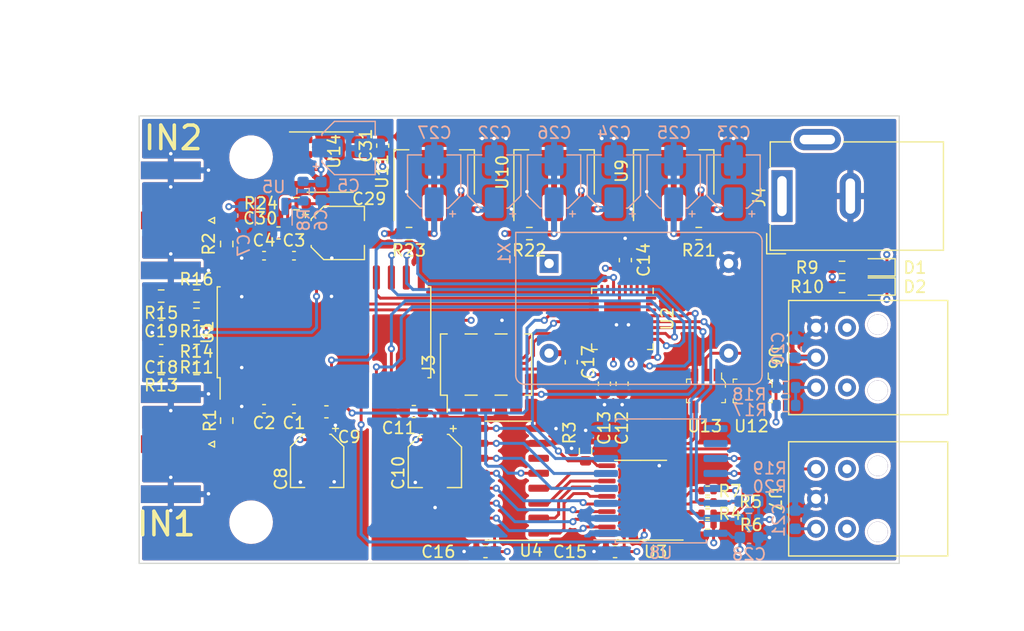
<source format=kicad_pcb>
(kicad_pcb (version 20211014) (generator pcbnew)
  (layers (0 "F.Cu" signal) (1 "In1.Cu" signal) (2 "In2.Cu" signal) (31 "B.Cu" signal) (34 "B.Paste" user) (35 "F.Paste" user) (36 "B.SilkS" user "B.Silkscreen") (37 "F.SilkS" user "F.Silkscreen") (38 "B.Mask" user) (39 "F.Mask" user) (44 "Edge.Cuts" user))
  (net 0 "")
  (net 1 "Net-(C3-Pad1)")
  (net 2 "Net-(C3-Pad2)")
  (net 3 "Net-(C4-Pad1)")
  (net 4 "Net-(C4-Pad2)")
  (net 5 "/CurrentMeasurement/TEST")
  (net 6 "/CurrentMeasurement/DCLK")
  (net 7 "/CurrentMeasurement/DXMIT")
  (net 8 "GND")
  (net 9 "GNDA")
  (net 10 "/CurrentMeasurement/IN1")
  (net 11 "Net-(C1-Pad1)")
  (net 12 "Net-(C1-Pad2)")
  (net 13 "Net-(C2-Pad1)")
  (net 14 "Net-(C2-Pad2)")
  (net 15 "/CurrentMeasurement/DOUT")
  (net 16 "/CurrentMeasurement/DVALID")
  (net 17 "/CurrentMeasurement/RANGE0")
  (net 18 "/CurrentMeasurement/RANGE1")
  (net 19 "/CurrentMeasurement/IN2")
  (net 20 "/CurrentMeasurement/RANGE2")
  (net 21 "/CurrentMeasurement/VREF")
  (net 22 "/Clock Generation/CONV")
  (net 23 "/Clock Generation/CLK_10MHz")
  (net 26 "/DataProcessing/~{RESET}")
  (net 27 "/DataProcessing/TXD0")
  (net 28 "/DataProcessing/RXD0")
  (net 29 "/DataProcessing/MISO")
  (net 30 "/DataProcessing/SCK")
  (net 31 "/DataProcessing/MOSI")
  (net 33 "/Clock Generation/CNT_AU")
  (net 34 "/Clock Generation/CNT_BL")
  (net 35 "Net-(U3-Pad8)")
  (net 36 "/Clock Generation/BIT7")
  (net 37 "/Clock Generation/BIT6")
  (net 38 "/Clock Generation/BIT5")
  (net 39 "/Clock Generation/BIT4")
  (net 40 "/Clock Generation/BIT3")
  (net 41 "/Clock Generation/BIT2")
  (net 42 "/Clock Generation/BIT1")
  (net 43 "/Clock Generation/BIT0")
  (net 44 "/Clock Generation/MUX_S2")
  (net 45 "/Clock Generation/MUX_S1")
  (net 46 "/Clock Generation/MUX_S0")
  (net 47 "/Clock Generation/CNT_CLR")
  (net 48 "/DataProcessing/SDA")
  (net 49 "/DataProcessing/SCL")
  (net 50 "+5VD")
  (net 51 "+5VA")
  (net 52 "Net-(C5-Pad1)")
  (net 53 "Net-(R8-Pad1)")
  (net 54 "Net-(D1-Pad1)")
  (net 55 "Net-(D1-Pad2)")
  (net 56 "Net-(D2-Pad1)")
  (net 57 "Net-(D2-Pad2)")
  (net 58 "Net-(R4-Pad2)")
  (net 59 "Net-(R5-Pad2)")
  (net 60 "Net-(R6-Pad2)")
  (net 61 "Net-(R7-Pad2)")
  (net 62 "Net-(C18-Pad1)")
  (net 63 "Net-(C19-Pad1)")
  (net 66 "/CurrentMeasurement/IN1_INP")
  (net 67 "/CurrentMeasurement/IN2_INP")
  (net 77 "Net-(R17-Pad2)")
  (net 78 "/DataProcessing/LWLTX")
  (net 79 "/DataProcessing/LWLRX")
  (net 80 "+3V3")
  (net 81 "/Power Supply/VIN")
  (net 83 "Net-(C25-Pad1)")
  (net 84 "Net-(C26-Pad1)")
  (net 85 "Net-(C27-Pad1)")
  (net 86 "Net-(R24-Pad1)")
  (net 88 "Net-(U12-Pad4)")
  (net 92 "Net-(U12-Pad2)")
  (footprint "Package_SO:SOIC-8_3.9x4.9mm_P1.27mm" (layer "F.Cu") (at 69.7118 37.9222)
    (fp_text reference "U14")
    (fp_text value "OPA340UA")
  )
  (footprint "Capacitor_SMD:C_0603_1608Metric" (layer "F.Cu") (at 55.372 50.8508 180)
    (fp_text reference "C19")
    (fp_text value "1u")
  )
  (footprint "Capacitor_SMD:C_0603_1608Metric" (layer "F.Cu") (at 90.17 54.9148 -90)
    (fp_text reference "C17")
    (fp_text value "100n")
  )
  (footprint "Resistor_SMD:R_0603_1608Metric" (layer "F.Cu") (at 86.614 43.9928 180)
    (fp_text reference "R22")
    (fp_text value "R")
  )
  (footprint "Resistor_SMD:R_0603_1608Metric" (layer "F.Cu") (at 113.1448 46.863)
    (fp_text reference "R9")
    (fp_text value "R")
  )
  (footprint "Resistor_SMD:R_0402_1005Metric" (layer "F.Cu") (at 101.7354 65.8204 180)
    (fp_text reference "R7")
    (fp_text value "4k7")
  )
  (footprint "Connector_Coaxial:SMA_Amphenol_132289_EdgeMount" (layer "F.Cu") (at 56.1889 61.8752 180)
    (fp_text reference "J1" hide)
    (fp_text value "Conn_Coaxial")
  )
  (footprint "Capacitor_SMD:C_0603_1608Metric" (layer "F.Cu") (at 55.372 53.9242 180)
    (fp_text reference "C18")
    (fp_text value "1u")
  )
  (footprint "LED_SMD:LED_0603_1608Metric" (layer "F.Cu") (at 116.1674 48.4886 180)
    (fp_text reference "D2")
    (fp_text value "LED")
  )
  (footprint "MountingHole:MountingHole_3.2mm_M3_DIN965" (layer "F.Cu") (at 63 37.5)
    (fp_text reference "H1" hide)
    (fp_text value "MountingHole" hide)
  )
  (footprint "Capacitor_SMD:C_0603_1608Metric" (layer "F.Cu") (at 94.762 46.248 90)
    (fp_text reference "C14")
    (fp_text value "100n")
  )
  (footprint "Capacitor_SMD:C_0603_1608Metric" (layer "F.Cu") (at 82.8886 71.002 180)
    (fp_text reference "C16")
    (fp_text value "100n")
  )
  (footprint "Capacitor_SMD:CP_Elec_4x3.9" (layer "F.Cu") (at 78.596 63.3058 -90)
    (fp_text reference "C10")
    (fp_text value "10u")
  )
  (footprint "Connector_PinHeader_2.54mm:PinHeader_2x03_P2.54mm_Vertical_SMD" (layer "F.Cu") (at 82.9437 55.118 90)
    (fp_text reference "J3")
    (fp_text value "AVR-ISP-6")
  )
  (footprint "Capacitor_SMD:C_0402_1005Metric_Pad0.74x0.62mm_HandSolder" (layer "F.Cu") (at 66.6409 58.8772)
    (fp_text reference "C1")
    (fp_text value "100p")
  )
  (footprint "Capacitor_SMD:C_0603_1608Metric" (layer "F.Cu") (at 65.3288 43.942 180)
    (fp_text reference "C30")
    (fp_text value "100n")
  )
  (footprint "Capacitor_SMD:C_0402_1005Metric_Pad0.74x0.62mm_HandSolder" (layer "F.Cu") (at 64.1009 58.8772)
    (fp_text reference "C2")
    (fp_text value "100p")
  )
  (footprint "Capacitor_SMD:C_0603_1608Metric" (layer "F.Cu") (at 93.8868 71.002 180)
    (fp_text reference "C15")
    (fp_text value "100n")
  )
  (footprint "toslink:TOTX147PL" (layer "F.Cu") (at 113.5668 54.5226 180)
    (fp_text reference "U6")
    (fp_text value "TOTX147PL")
  )
  (footprint "Resistor_SMD:R_0603_1608Metric" (layer "F.Cu") (at 60.9339 59.8752 90)
    (fp_text reference "R1")
    (fp_text value "R")
  )
  (footprint "Resistor_SMD:R_0603_1608Metric" (layer "F.Cu") (at 58.3692 53.9242 180)
    (fp_text reference "R11")
    (fp_text value "R")
  )
  (footprint "Resistor_SMD:R_0603_1608Metric" (layer "F.Cu") (at 113.1448 48.4886)
    (fp_text reference "R10")
    (fp_text value "R")
  )
  (footprint "Resistor_SMD:R_0603_1608Metric" (layer "F.Cu") (at 55.372 49.3014 180)
    (fp_text reference "R15")
    (fp_text value "R")
  )
  (footprint "Resistor_SMD:R_0603_1608Metric" (layer "F.Cu") (at 55.372 55.4482 180)
    (fp_text reference "R13")
    (fp_text value "R")
  )
  (footprint "Resistor_SMD:R_0603_1608Metric" (layer "F.Cu") (at 76.4032 43.9928 180)
    (fp_text reference "R23")
    (fp_text value "R")
  )
  (footprint "Capacitor_SMD:CP_Elec_4x3.9" (layer "F.Cu") (at 68.6054 63.2968 -90)
    (fp_text reference "C8")
    (fp_text value "10u")
  )
  (footprint "Resistor_SMD:R_0402_1005Metric" (layer "F.Cu") (at 101.7354 66.7856 180)
    (fp_text reference "R5")
    (fp_text value "4k7")
  )
  (footprint "MountingHole:MountingHole_3.2mm_M3_DIN965" (layer "F.Cu") (at 63 68.5)
    (fp_text reference "H2" hide)
    (fp_text value "MountingHole" hide)
  )
  (footprint "LED_SMD:LED_0603_1608Metric" (layer "F.Cu") (at 116.1674 46.863 180)
    (fp_text reference "D1")
    (fp_text value "LED")
  )
  (footprint "Package_TO_SOT_SMD:SOT-223-3_TabPin2" (layer "F.Cu") (at 78.5368 38.7858 90)
    (fp_text reference "U11")
    (fp_text value "NCP1117-5.0_SOT223")
  )
  (footprint "Capacitor_SMD:C_0402_1005Metric_Pad0.74x0.62mm_HandSolder" (layer "F.Cu") (at 64.1009 45.8724 180)
    (fp_text reference "C4")
    (fp_text value "100p")
  )
  (footprint "Package_TO_SOT_SMD:SOT-223-3_TabPin2" (layer "F.Cu") (at 98.86188 38.7858 90)
    (fp_text reference "U9")
    (fp_text value "NCP1117-3.3_SOT223")
  )
  (footprint "digikey-footprints:SOT-753" (layer "F.Cu") (at 105.5624 57.3532 180)
    (fp_text reference "U12")
    (fp_text value "SN74LVC1G17DBVR")
  )
  (footprint "Resistor_SMD:R_0603_1608Metric" (layer "F.Cu") (at 58.3692 50.8508 180)
    (fp_text reference "R12")
    (fp_text value "R")
  )
  (footprint "Package_DFN_QFN:QFN-32-1EP_5x5mm_P0.5mm_EP3.1x3.1mm" (layer "F.Cu") (at 94.508 51.2264 -90)
    (fp_text reference "U2")
    (fp_text value "ATmega328PB-M")
  )
  (footprint "Package_SO:SOIC-28W_7.5x17.9mm_P1.27mm" (layer "F.Cu") (at 69.1889 52.3752 90)
    (fp_text reference "U1")
    (fp_text value "DDC112U")
  )
  (footprint "Capacitor_SMD:C_0603_1608Metric" (layer "F.Cu") (at 94.4826 56.7436 -90)
    (fp_text reference "C12")
    (fp_text value "100n")
  )
  (footprint "Resistor_SMD:R_0603_1608Metric" (layer "F.Cu") (at 91.3818 62.4676 90)
    (fp_text reference "R3")
    (fp_text value "4k7")
  )
  (footprint "Capacitor_SMD:C_0603_1608Metric" (layer "F.Cu") (at 69.3928 59.1312)
    (fp_text reference "C9")
    (fp_text value "100n")
  )
  (footprint "Resistor_SMD:R_0603_1608Metric" (layer "F.Cu") (at 60.9339 44.8752 -90)
    (fp_text reference "R2")
    (fp_text value "R")
  )
  (footprint "toslink:TORX147PL" (layer "F.Cu") (at 113.5668 66.5226 180)
    (fp_text reference "U7")
    (fp_text value "TORX147PL")
  )
  (footprint "Capacitor_SMD:CP_Elec_4x3.9" (layer "F.Cu") (at 70.358 43.942)
    (fp_text reference "C29")
    (fp_text value "10u")
  )
  (footprint "Capacitor_SMD:C_0603_1608Metric" (layer "F.Cu") (at 76.8096 59.1058 180)
    (fp_text reference "C11")
    (fp_text value "100n")
  )
  (footprint "digikey-footprints:SOT-753" (layer "F.Cu") (at 101.6 57.3532 180)
    (fp_text reference "U13")
    (fp_text value "SN74LVC1G17DBVR")
  )
  (footprint "Resistor_SMD:R_0603_1608Metric" (layer "F.Cu") (at 66.8528 41.4528 180)
    (fp_text reference "R24")
    (fp_text value "R")
  )
  (footprint "Capacitor_SMD:C_0603_1608Metric" (layer "F.Cu") (at 92.984 56.7436 -90)
    (fp_text reference "C13")
    (fp_text value "100n")
  )
  (footprint "Connector_Coaxial:SMA_Amphenol_132289_EdgeMount" (layer "F.Cu") (at 56.1889 42.8752 180)
    (fp_text reference "J2" hide)
    (fp_text value "Conn_Coaxial")
  )
  (footprint "Resistor_SMD:R_0402_1005Metric" (layer "F.Cu") (at 101.7354 67.7508 180)
    (fp_text reference "R4")
    (fp_text value "4k7")
  )
  (footprint "Package_SO:TSSOP-20_4.4x6.5mm_P0.65mm" (layer "F.Cu") (at 96.0554 66.6332 180)
    (fp_text reference "U3")
    (fp_text value "74LV8154")
  )
  (footprint "Resistor_SMD:R_0603_1608Metric" (layer "F.Cu") (at 100.9904 43.9928)
    (fp_text reference "R21")
    (fp_text value "R")
  )
  (footprint "Capacitor_SMD:C_0402_1005Metric_Pad0.74x0.62mm_HandSolder" (layer "F.Cu") (at 66.6409 45.8724 180)
    (fp_text reference "C3")
    (fp_text value "100p")
  )
  (footprint "Package_TO_SOT_SMD:SOT-223-3_TabPin2" (layer "F.Cu") (at 88.71204 38.7858 90)
    (fp_text reference "U10")
    (fp_text value "NCP1117-5.0_SOT223")
  )
  (footprint "Package_SO:SO-16_3.9x9.9mm_P1.27mm" (layer "F.Cu") (at 84.8286 64.9822 180)
    (fp_text reference "U4")
    (fp_text value "74LS151")
  )
  (footprint "Connector_BarrelJack:BarrelJack_Wuerth_6941xx301002" (layer "F.Cu") (at 108.0518 40.8082 90)
    (fp_text reference "J4")
    (fp_text value "Barrel_Jack_Switch")
  )
  (footprint "Resistor_SMD:R_0402_1005Metric" (layer "F.Cu") (at 101.7354 68.716 180)
    (fp_text reference "R6")
    (fp_text value "4k7")
  )
  (footprint "Resistor_SMD:R_0603_1608Metric" (layer "F.Cu") (at 58.3692 55.4482)
    (fp_text reference "R14")
    (fp_text value "R")
  )
  (footprint "Resistor_SMD:R_0603_1608Metric" (layer "F.Cu") (at 58.3692 49.3014)
    (fp_text reference "R16")
    (fp_text value "R")
  )
  (footprint "Capacitor_SMD:C_0603_1608Metric" (layer "F.Cu") (at 74.168 36.5252 90)
    (fp_text reference "C31")
    (fp_text value "100n")
  )
  (footprint "Capacitor_SMD:CP_Elec_4x3.9" (layer "B.Cu") (at 98.86188 39.5732 90)
    (fp_text reference "C25")
    (fp_text value "10u")
  )
  (footprint "Resistor_SMD:R_0603_1608Metric" (layer "B.Cu") (at 67.4116 40.386 90)
    (fp_text reference "R8")
    (fp_text value "10k")
  )
  (footprint "Capacitor_SMD:CP_Elec_4x3.9" (layer "B.Cu") (at 88.71204 39.5732 90)
    (fp_text reference "C26")
    (fp_text value "10u")
  )
  (footprint "Capacitor_SMD:CP_Elec_4x3.9" (layer "B.Cu") (at 103.9368 39.5732 90)
    (fp_text reference "C23")
    (fp_text value "10u")
  )
  (footprint "Capacitor_SMD:CP_Elec_4x3.9" (layer "B.Cu") (at 93.78696 39.5732 90)
    (fp_text reference "C24")
    (fp_text value "10u")
  )
  (footprint "Capacitor_SMD:C_0603_1608Metric" (layer "B.Cu") (at 62.3824 42.4688 90)
    (fp_text reference "C7")
    (fp_text value "470n")
  )
  (footprint "Resistor_SMD:R_0603_1608Metric" (layer "B.Cu") (at 108.3818 58.5866)
    (fp_text reference "R17")
    (fp_text value "R")
  )
  (footprint "Oscillator:Oscillator_DIP-14" (layer "B.Cu") (at 88.2904 46.5328)
    (fp_text reference "X1")
    (fp_text value "CXO_DIP14")
  )
  (footprint "Capacitor_SMD:C_0603_1608Metric" (layer "B.Cu") (at 109.1692 68.2894 90)
    (fp_text reference "C21")
    (fp_text value "100n")
  )
  (footprint "Capacitor_SMD:C_0603_1608Metric" (layer "B.Cu") (at 105.2576 69.7992)
    (fp_text reference "C28")
    (fp_text value "100n")
  )
  (footprint "Capacitor_SMD:C_0603_1608Metric" (layer "B.Cu") (at 109.1692 53.7606 90)
    (fp_text reference "C20")
    (fp_text value "100n")
  )
  (footprint "Capacitor_SMD:C_0603_1608Metric" (layer "B.Cu") (at 68.9356 40.386 -90)
    (fp_text reference "C6")
    (fp_text value "100n")
  )
  (footprint "Resistor_SMD:R_0603_1608Metric" (layer "B.Cu") (at 105.2454 66.7258 180)
    (fp_text reference "R19")
    (fp_text value "4k7")
  )
  (footprint "Package_SO:SOIC-16W_7.5x10.3mm_P1.27mm" (layer "B.Cu") (at 97.7646 64.9986)
    (fp_text reference "U8")
    (fp_text value "PCF8574")
  )
  (footprint "Package_TO_SOT_SMD:SOT-23" (layer "B.Cu") (at 64.9224 42.6212 -90)
    (fp_text reference "U5")
    (fp_text value "REF3040")
  )
  (footprint "Resistor_SMD:R_0603_1608Metric" (layer "B.Cu") (at 108.3818 57.0626 180)
    (fp_text reference "R18")
    (fp_text value "R")
  )
  (footprint "Capacitor_SMD:CP_Elec_4x3.9" (layer "B.Cu") (at 78.5368 39.5732 90)
    (fp_text reference "C27")
    (fp_text value "10u")
  )
  (footprint "Resistor_SMD:R_0603_1608Metric" (layer "B.Cu") (at 105.2454 68.2752 180)
    (fp_text reference "R20")
    (fp_text value "4k7")
  )
  (footprint "Capacitor_SMD:CP_Elec_4x3.9" (layer "B.Cu") (at 83.63712 39.5732 90)
    (fp_text reference "C22")
    (fp_text value "10u")
  )
  (footprint "Capacitor_SMD:CP_Elec_4x3.9" (layer "B.Cu") (at 71.2724 36.7284)
    (fp_text reference "C5")
    (fp_text value "10u")
  )
  (gr_line (start 53.5 72) (end 53.5 34) (layer "Edge.Cuts") (width 0.1))
  (gr_line (start 118 72) (end 53.5 72) (layer "Edge.Cuts") (width 0.1))
  (gr_line (start 118 34) (end 118 72) (layer "Edge.Cuts") (width 0.1))
  (gr_line (start 53.5 34) (end 118 34) (layer "Edge.Cuts") (width 0.1))
  (gr_text "IN1" (at 55.8038 68.6562) (layer "F.SilkS") (effects (font (size 2 2) (thickness 0.3))))
  (gr_text "IN2" (at 56.388 35.8648) (layer "F.SilkS") (effects (font (size 2 2) (thickness 0.3))))
  (segment (start 67.2839 47.7252) (end 67.2839 45.9479) (width 0.25) (layer "F.Cu") (net 1))
  (segment (start 66.0139 47.7252) (end 66.0139 45.9319) (width 0.25) (layer "F.Cu") (net 2))
  (segment (start 64.7439 47.7252) (end 64.7439 45.9479) (width 0.25) (layer "F.Cu") (net 3))
  (segment (start 63.4739 47.7252) (end 63.4739 45.9319) (width 0.25) (layer "F.Cu") (net 4))
  (segment (start 69.8246 54.737) (end 69.8246 57.0245) (width 0.25) (layer "F.Cu") (net 5))
  (segment (start 93.758 48.7889) (end 93.758 47.7346) (width 0.25) (layer "F.Cu") (net 5))
  (segment (start 93.758 47.7346) (end 93.7714 47.7212) (width 0.25) (layer "F.Cu") (net 5))
  (via (at 69.8246 54.737) (size 0.6) (drill 0.3) (layers "F.Cu" "B.Cu") (net 5))
  (via (at 93.758 47.7212) (size 0.6) (drill 0.3) (layers "F.Cu" "B.Cu") (net 5))
  (segment (start 77.1398 47.3964) (end 78.0034 48.26) (width 0.25) (layer "B.Cu") (net 5))
  (segment (start 76.7588 44.831) (end 77.1398 45.212) (width 0.25) (layer "B.Cu") (net 5))
  (segment (start 74.1426 44.831) (end 76.7588 44.831) (width 0.25) (layer "B.Cu") (net 5))
  (segment (start 73.6092 45.3644) (end 74.1426 44.831) (width 0.25) (layer "B.Cu") (net 5))
  (segment (start 92.4052 48.26) (end 92.944 47.7212) (width 0.25) (layer "B.Cu") (net 5))
  (segment (start 72.9234 54.737) (end 73.6092 54.0512) (width 0.25) (layer "B.Cu") (net 5))
  (segment (start 77.1398 45.212) (end 77.1398 47.3964) (width 0.25) (layer "B.Cu") (net 5))
  (segment (start 73.6092 54.0512) (end 73.6092 45.3644) (width 0.25) (layer "B.Cu") (net 5))
  (segment (start 92.944 47.7212) (end 93.758 47.7212) (width 0.25) (layer "B.Cu") (net 5))
  (segment (start 69.8246 54.737) (end 72.9234 54.737) (width 0.25) (layer "B.Cu") (net 5))
  (segment (start 78.0034 48.26) (end 92.4052 48.26) (width 0.25) (layer "B.Cu") (net 5))
  (segment (start 96.5654 54.503) (end 97.5052 54.503) (width 0.25) (layer "F.Cu") (net 6))
  (segment (start 96.258 54.1956) (end 96.5654 54.503) (width 0.25) (layer "F.Cu") (net 6))
  (segment (start 96.258 53.6639) (end 96.258 54.1956) (width 0.25) (layer "F.Cu") (net 6))
  (segment (start 73.6339 55.3219) (end 73.6339 57.0252) (width 0.25) (layer "F.Cu") (net 6))
  (segment (start 73.6346 55.3212) (end 73.6339 55.3219) (width 0.25) (layer "F.Cu") (net 6))
  (via (at 73.6346 55.3212) (size 0.6) (drill 0.3) (layers "F.Cu" "B.Cu") (net 6))
  (via (at 97.5052 54.503) (size 0.6) (drill 0.3) (layers "F.Cu" "B.Cu") (net 6))
  (segment (start 96.7232 50.2158) (end 97.5052 50.9978) (width 0.25) (layer "B.Cu") (net 6))
  (segment (start 75.7428 54.5846) (end 75.7428 51.1302) (width 0.25) (layer "B.Cu") (net 6))
  (segment (start 75.7555 54.5973) (end 75.7428 54.5846) (width 0.25) (layer "B.Cu") (net 6))
  (segment (start 75.0316 55.3212) (end 75.7555 54.5973) (width 0.25) (layer "B.Cu") (net 6))
  (segment (start 75.7428 51.1302) (end 76.6572 50.2158) (width 0.25) (layer "B.Cu") (net 6))
  (segment (start 97.5052 50.9978) (end 97.5052 54.503) (width 0.25) (layer "B.Cu") (net 6))
  (segment (start 73.6346 55.3212) (end 75.0316 55.3212) (width 0.25) (layer "B.Cu") (net 6))
  (segment (start 76.6572 50.2158) (end 96.7232 50.2158) (width 0.25) (layer "B.Cu") (net 6))
  (segment (start 74.9039 57.0252) (end 74.9039 53.7725) (width 0.25) (layer "F.Cu") (net 7))
  (segment (start 98.4704 52.7758) (end 98.171 52.4764) (width 0.25) (layer "F.Cu") (net 7))
  (segment (start 98.9276 52.7758) (end 98.4704 52.7758) (width 0.25) (layer "F.Cu") (net 7))
  (segment (start 96.9455 52.4764) (end 98.171 52.4764) (width 0.25) (layer "F.Cu") (net 7))
  (via (at 74.9039 53.7725) (size 0.6) (drill 0.3) (layers "F.Cu" "B.Cu") (net 7))
  (via (at 98.9276 52.7758) (size 0.6) (drill 0.3) (layers "F.Cu" "B.Cu") (net 7))
  (segment (start 98.9276 51.6836) (end 96.9518 49.7078) (width 0.25) (layer "B.Cu") (net 7))
  (segment (start 74.9039 53.7725) (end 74.9039 50.8769) (width 0.25) (layer "B.Cu") (net 7))
  (segment (start 98.9276 52.7758) (end 98.9276 51.6836) (width 0.25) (layer "B.Cu") (net 7))
  (segment (start 74.9039 50.8769) (end 76.073 49.7078) (width 0.25) (layer "B.Cu") (net 7))
  (segment (start 76.073 49.7078) (end 96.9518 49.7078) (width 0.25) (layer "B.Cu") (net 7))
  (segment (start 84.2899 51.3588) (end 84.8995 51.3588) (width 0.25) (layer "F.Cu") (net 8))
  (segment (start 94.758 53.6639) (end 94.758 51.4764) (width 0.25) (layer "F.Cu") (net 8))
  (segment (start 94.258 48.7889) (end 94.258 50.9764) (width 0.25) (layer "F.Cu") (net 8))
  (segment (start 84.2899 51.3588) (end 84.2899 51.3992) (width 0.25) (layer "F.Cu") (net 8))
  (segment (start 84.8995 51.3588) (end 85.4837 51.943) (width 0.25) (layer "F.Cu") (net 8))
  (via (at 103.9368 35.9156) (size 0.6) (drill 0.3) (layers "F.Cu" "B.Cu") (net 8))
  (via (at 93.7768 35.9156) (size 0.6) (drill 0.3) (layers "F.Cu" "B.Cu") (net 8))
  (via (at 86.4108 40.4368) (size 0.6) (drill 0.3) (layers "F.Cu" "B.Cu") (net 8))
  (via (at 91.3892 60.706) (size 0.6) (drill 0.3) (layers "F.Cu" "B.Cu") (net 8))
  (via (at 88.8746 60.5536) (size 0.6) (drill 0.3) (layers "F.Cu" "B.Cu") (net 8))
  (via (at 82.6008 35.9156) (size 0.6) (drill 0.3) (layers "F.Cu" "B.Cu") (net 8))
  (via (at 92.1004 70.993) (size 0.6) (drill 0.3) (layers "F.Cu" "B.Cu") (net 8))
  (via (at 76.9366 65.1256) (size 0.6) (drill 0.3) (layers "F.Cu" "B.Cu") (net 8))
  (via (at 83.6168 35.9156) (size 0.6) (drill 0.3) (layers "F.Cu" "B.Cu") (net 8))
  (via (at 95.25 41.91) (size 0.6) (drill 0.3) (layers "F.Cu" "B.Cu") (net 8))
  (via (at 85.09 41.91) (size 0.6) (drill 0.3) (layers "F.Cu" "B.Cu") (net 8))
  (via (at 94.0054 51.7398) (size 0.6) (drill 0.3) (layers "F.Cu" "B.Cu") (net 8))
  (via (at 94.488 58.5216) (size 0.6) (drill 0.3) (layers "F.Cu" "B.Cu") (net 8))
  (via (at 106.9848 69.7992) (size 0.6) (drill 0.3) (layers "F.Cu" "B.Cu") (net 8))
  (via (at 102.9208 35.9156) (size 0.6) (drill 0.3) (layers "F.Cu" "B.Cu") (net 8))
  (via (at 90.1954 62.23) (size 0.6) (drill 0.3) (layers "F.Cu" "B.Cu") (net 8))
  (via (at 92.7608 35.9156) (size 0.6) (drill 0.3) (layers "F.Cu" "B.Cu") (net 8))
  (via (at 96.5708 40.4368) (size 0.6) (drill 0.3) (layers "F.Cu" "B.Cu") (net 8))
  (via (at 97.6376 63.7032) (size 0.6) (drill 0.3) (layers "F.Cu" "B.Cu") (net 8))
  (via (at 84.6328 35.9156) (size 0.6) (drill 0.3) (layers "F.Cu" "B.Cu") (net 8))
  (via (at 92.9894 58.5216) (size 0.6) (drill 0.3) (layers "F.Cu" "B.Cu") (net 8))
  (via (at 94.742 44.3992) (size 0.6) (drill 0.3) (layers "F.Cu" "B.Cu") (net 8))
  (via (at 95.0214 51.7398) (size 0.6) (drill 0.3) (layers "F.Cu" "B.Cu") (net 8))
  (via (at 104.9528 35.9156) (size 0.6) (drill 0.3) (layers "F.Cu" "B.Cu") (net 8))
  (via (at 76.2 40.4368) (size 0.6) (drill 0.3) (layers "F.Cu" "B.Cu") (net 8))
  (via (at 81.0768 70.993) (size 0.6) (drill 0.3) (layers "F.Cu" "B.Cu") (net 8))
  (via (at 78.613 67.2592) (size 0.6) (drill 0.3) (layers "F.Cu" "B.Cu") (net 8))
  (via (at 84.2899 51.3588) (size 0.6) (drill 0.3) (layers "F.Cu" "B.Cu") (net 8))
  (via (at 94.7928 35.9156) (size 0.6) (drill 0.3) (layers "F.Cu" "B.Cu") (net 8))
  (segment (start 54.547 49.3014) (end 54.547 55.4482) (width 0.5) (layer "F.Cu") (net 9))
  (via (at 59.3852 47.117) (size 0.6) (drill 0.3) (layers "F.Cu" "B.Cu") (net 9))
  (via (at 70.0532 65.0748) (size 0.6) (drill 0.3) (layers "F.Cu" "B.Cu") (net 9))
  (via (at 69.85 46.0756) (size 0.6) (drill 0.3) (layers "F.Cu" "B.Cu") (net 9))
  (via (at 59.3852 57.6072) (size 0.6) (drill 0.3) (layers "F.Cu" "B.Cu") (net 9))
  (via (at 62.2046 58.674) (size 0.6) (drill 0.3) (layers "F.Cu" "B.Cu") (net 9))
  (via (at 70.1548 60.2742) (size 0.6) (drill 0.3) (layers "F.Cu" "B.Cu") (net 9))
  (via (at 67.183 65.1002) (size 0.6) (drill 0.3) (layers "F.Cu" "B.Cu") (net 9))
  (via (at 56.1848 64.6938) (size 0.6) (drill 0.3) (layers "F.Cu" "B.Cu") (net 9))
  (via (at 62.2046 46.0756) (size 0.6) (drill 0.3) (layers "F.Cu" "B.Cu") (net 9))
  (via (at 62.2046 49.3522) (size 0.6) (drill 0.3) (layers "F.Cu" "B.Cu") (net 9))
  (via (at 62.2046 55.372) (size 0.6) (drill 0.3) (layers "F.Cu" "B.Cu") (net 9))
  (via (at 54.61 52.4002) (size 0.6) (drill 0.3) (layers "F.Cu" "B.Cu") (net 9))
  (via (at 69.8246 49.3268) (size 0.6) (drill 0.3) (layers "F.Cu" "B.Cu") (net 9))
  (via (at 59.3852 66.0908) (size 0.6) (drill 0.3) (layers "F.Cu" "B.Cu") (net 9))
  (via (at 56.1848 67.5132) (size 0.6) (drill 0.3) (layers "F.Cu" "B.Cu") (net 9))
  (via (at 59.3852 38.608) (size 0.6) (drill 0.3) (layers "F.Cu" "B.Cu") (net 9))
  (via (at 56.1848 37.211) (size 0.6) (drill 0.3) (layers "F.Cu" "B.Cu") (net 9))
  (via (at 56.1848 40.0304) (size 0.6) (drill 0.3) (layers "F.Cu" "B.Cu") (net 9))
  (via (at 56.1848 45.72) (size 0.6) (drill 0.3) (layers "F.Cu" "B.Cu") (net 9))
  (via (at 56.1848 59.0296) (size 0.6) (drill 0.3) (layers "F.Cu" "B.Cu") (net 9))
  (segment (start 60.6036 61.8752) (end 56.1889 61.8752) (width 0.5) (layer "F.Cu") (net 10))
  (segment (start 60.9339 61.5449) (end 60.6036 61.8752) (width 0.5) (layer "F.Cu") (net 10))
  (segment (start 60.9339 60.7002) (end 60.9339 61.5449) (width 0.5) (layer "F.Cu") (net 10))
  (segment (start 66.0139 57.0252) (end 66.0139 58.8177) (width 0.25) (layer "F.Cu") (net 11))
  (segment (start 67.2839 57.0252) (end 67.2839 58.8017) (width 0.25) (layer "F.Cu") (net 12))
  (segment (start 63.4739 57.0252) (end 63.4739 58.8177) (width 0.25) (layer "F.Cu") (net 13))
  (segment (start 64.7439 57.0252) (end 64.7439 58.8017) (width 0.25) (layer "F.Cu") (net 14))
  (segment (start 95.758 53.6639) (end 95.758 54.61) (width 0.25) (layer "F.Cu") (net 15))
  (segment (start 95.758 54.61) (end 96.3876 55.2396) (width 0.25) (layer "F.Cu") (net 15))
  (segment (start 76.2254 45.847) (end 76.2254 47.6737) (width 0.25) (layer "F.Cu") (net 15))
  (segment (start 96.3876 55.2396) (end 96.8194 55.2396) (width 0.25) (layer "F.Cu") (net 15))
  (via (at 76.2254 45.847) (size 0.6) (drill 0.3) (layers "F.Cu" "B.Cu") (net 15))
  (via (at 96.8194 55.2396) (size 0.6) (drill 0.3) (layers "F.Cu" "B.Cu") (net 15))
  (segment (start 76.2 48.2092) (end 76.2 45.8724) (width 0.25) (layer "B.Cu") (net 15))
  (segment (start 76.2 45.8724) (end 76.2254 45.847) (width 0.25) (layer "B.Cu") (net 15))
  (segment (start 96.8194 55.2396) (end 99.7766 55.2396) (width 0.25) (layer "B.Cu") (net 15))
  (segment (start 76.7334 48.7426) (end 76.2 48.2092) (width 0.25) (layer "B.Cu") (net 15))
  (segment (start 100.2284 54.7878) (end 100.2284 51.3588) (width 0.25) (layer "B.Cu") (net 15))
  (segment (start 99.7766 55.2396) (end 100.2284 54.7878) (width 0.25) (layer "B.Cu") (net 15))
  (segment (start 97.6122 48.7426) (end 76.7334 48.7426) (width 0.25) (layer "B.Cu") (net 15))
  (segment (start 100.2284 51.3588) (end 97.6122 48.7426) (width 0.25) (layer "B.Cu") (net 15))
  (segment (start 98.2472 53.5178) (end 97.7058 52.9764) (width 0.25) (layer "F.Cu") (net 16))
  (segment (start 74.93 45.847) (end 74.93 47.8007) (width 0.25) (layer "F.Cu") (net 16))
  (segment (start 97.7058 52.9764) (end 96.9455 52.9764) (width 0.25) (layer "F.Cu") (net 16))
  (via (at 74.93 45.847) (size 0.6) (drill 0.3) (layers "F.Cu" "B.Cu") (net 16))
  (via (at 98.2472 53.5178) (size 0.6) (drill 0.3) (layers "F.Cu" "B.Cu") (net 16))
  (segment (start 97.409 49.1998) (end 75.438 49.1998) (width 0.25) (layer "B.Cu") (net 16))
  (segment (start 99.7204 51.5112) (end 97.409 49.1998) (width 0.25) (layer "B.Cu") (net 16))
  (segment (start 75.438 49.1998) (end 74.93 48.6918) (width 0.25) (layer "B.Cu") (net 16))
  (segment (start 74.93 48.6918) (end 74.93 45.7454) (width 0.25) (layer "B.Cu") (net 16))
  (segment (start 98.2472 53.5178) (end 99.3394 53.5178) (width 0.25) (layer "B.Cu") (net 16))
  (segment (start 99.7204 53.1368) (end 99.7204 51.5112) (width 0.25) (layer "B.Cu") (net 16))
  (segment (start 99.3394 53.5178) (end 99.7204 53.1368) (width 0.25) (layer "B.Cu") (net 16))
  (segment (start 73.6339 49.1483) (end 73.6339 47.7252) (width 0.25) (layer "F.Cu") (net 17))
  (segment (start 92.0705 49.4764) (end 73.962 49.4764) (width 0.25) (layer "F.Cu") (net 17))
  (segment (start 73.962 49.4764) (end 73.6339 49.1483) (width 0.25) (layer "F.Cu") (net 17))
  (segment (start 72.3639 49.4277) (end 72.3639 47.7252) (width 0.25) (layer "F.Cu") (net 18))
  (segment (start 72.3639 49.4277) (end 72.9126 49.9764) (width 0.25) (layer "F.Cu") (net 18))
  (segment (start 92.0705 49.9764) (end 72.9126 49.9764) (width 0.25) (layer "F.Cu") (net 18))
  (segment (start 60.6552 42.8752) (end 56.1889 42.8752) (width 0.5) (layer "F.Cu") (net 19))
  (segment (start 60.9339 43.1539) (end 60.6552 42.8752) (width 0.5) (layer "F.Cu") (net 19))
  (segment (start 60.9339 44.0502) (end 60.9339 43.1539) (width 0.5) (layer "F.Cu") (net 19))
  (segment (start 71.0939 49.5293) (end 71.0939 47.7252) (width 0.25) (layer "F.Cu") (net 20))
  (segment (start 92.0705 50.4764) (end 72.041 50.4764) (width 0.25) (layer "F.Cu") (net 20))
  (segment (start 72.041 50.4764) (end 71.0939 49.5293) (width 0.25) (layer "F.Cu") (net 20))
  (segment (start 68.5539 47.7252) (end 68.5539 43.2349) (width 0.25) (layer "F.Cu") (net 21))
  (segment (start 59.1942 52.4134) (end 59.1942 53.9242) (width 0.25) (layer "F.Cu") (net 21))
  (segment (start 68.5539 47.7252) (end 68.5539 49.3268) (width 0.25) (layer "F.Cu") (net 21))
  (segment (start 68.558 43.942) (end 66.1546 43.942) (width 0.25) (layer "F.Cu") (net 21))
  (segment (start 66.1038 43.942) (end 66.1038 41.5288) (width 0.25) (layer "F.Cu") (net 21))
  (segment (start 59.1942 50.8508) (end 59.1942 52.4134) (width 0.25) (layer "F.Cu") (net 21))
  (via (at 59.1942 52.387499) (size 0.6) (drill 0.3) (layers "F.Cu" "B.Cu") (net 21))
  (via (at 68.5539 49.3268) (size 0.6) (drill 0.3) (layers "F.Cu" "B.Cu") (net 21))
  (segment (start 59.1942 52.387499) (end 68.135501 52.387499) (width 0.25) (layer "B.Cu") (net 21))
  (segment (start 68.135501 52.387499) (end 68.5539 51.9691) (width 0.25) (layer "B.Cu") (net 21))
  (segment (start 68.5539 51.9691) (end 68.5539 49.3268) (width 0.25) (layer "B.Cu") (net 21))
  (segment (start 88.2664 50.9764) (end 92.0705 50.9764) (width 0.25) (layer "F.Cu") (net 22))
  (segment (start 87.884 51.3588) (end 88.2664 50.9764) (width 0.25) (layer "F.Cu") (net 22))
  (segment (start 87.4036 64.3472) (end 85.9118 64.3472) (width 0.25) (layer "F.Cu") (net 22))
  (segment (start 71.0939 57.0252) (end 71.0939 58.7495) (width 0.25) (layer "F.Cu") (net 22))
  (segment (start 71.0939 58.7495) (end 71.5772 59.2328) (width 0.25) (layer "F.Cu") (net 22))
  (segment (start 85.9118 64.3472) (end 85.9028 64.3382) (width 0.25) (layer "F.Cu") (net 22))
  (via (at 85.9028 64.3382) (size 0.6) (drill 0.3) (layers "F.Cu" "B.Cu") (net 22))
  (via (at 87.884 51.3588) (size 0.6) (drill 0.3) (layers "F.Cu" "B.Cu") (net 22))
  (via (at 71.5772 59.2328) (size 0.6) (drill 0.3) (layers "F.Cu" "B.Cu") (net 22))
  (segment (start 83.1088 63.754) (end 82.9056 63.5508) (width 0.25) (layer "B.Cu") (net 22))
  (segment (start 86.106 59.2328) (end 86.4108 58.928) (width 0.25) (layer "B.Cu") (net 22))
  (segment (start 84.8106 64.3382) (end 84.2264 63.754) (width 0.25) (layer "B.Cu") (net 22))
  (segment (start 87.0712 51.3588) (end 87.884 51.3588) (width 0.25) (layer "B.Cu") (net 22))
  (segment (start 86.4108 52.0192) (end 87.0712 51.3588) (width 0.25) (layer "B.Cu") (net 22))
  (segment (start 82.9056 63.5508) (end 82.9056 59.2328) (width 0.25) (layer "B.Cu") (net 22))
  (segment (start 82.9056 59.2328) (end 86.106 59.2328) (width 0.25) (layer "B.Cu") (net 22))
  (segment (start 86.4108 58.928) (end 86.4108 52.0192) (width 0.25) (layer "B.Cu") (net 22))
  (segment (start 85.9028 64.3382) (end 84.8106 64.3382) (width 0.25) (layer "B.Cu") (net 22))
  (segment (start 82.9056 59.2328) (end 71.5772 59.2328) (width 0.25) (layer "B.Cu") (net 22))
  (segment (start 84.2264 63.754) (end 83.1088 63.754) (width 0.25) (layer "B.Cu") (net 22))
  (segment (start 72.3392 60.2234) (end 72.3392 57.0499) (width 0.25) (layer "F.Cu") (net 23))
  (segment (start 100.1776 61.8236) (end 100.65 61.3512) (width 0.25) (layer "F.Cu") (net 23))
  (segment (start 96.3676 69.596) (end 96.3676 62.2808) (width 0.25) (layer "F.Cu") (net 23))
  (segment (start 100.65 61.3512) (end 100.65 58.7032) (width 0.25) (layer "F.Cu") (net 23))
  (segment (start 96.3676 62.2808) (end 96.8248 61.8236) (width 0.25) (layer "F.Cu") (net 23))
  (segment (start 96.8248 61.8236) (end 100.1776 61.8236) (width 0.25) (layer "F.Cu") (net 23))
  (via (at 72.3392 60.2234) (size 0.6) (drill 0.3) (layers "F.Cu" "B.Cu") (net 23))
  (via (at 96.3676 69.596) (size 0.6) (drill 0.3) (layers "F.Cu" "B.Cu") (net 23))
  (segment (start 72.9996 70.1802) (end 72.3392 69.5198) (width 0.25) (layer "B.Cu") (net 23))
  (segment (start 95.7834 70.1802) (end 72.9996 70.1802) (width 0.25) (layer "B.Cu") (net 23))
  (segment (start 96.3676 69.596) (end 95.7834 70.1802) (width 0.25) (layer "B.Cu") (net 23))
  (segment (start 72.3392 69.5198) (end 72.3392 60.2234) (width 0.25) (layer "B.Cu") (net 23))
  (segment (start 85.4837 57.643) (end 87.63 57.643) (width 0.25) (layer "F.Cu") (net 26))
  (segment (start 100.6856 50.7746) (end 100.124 50.7746) (width 0.25) (layer "F.Cu") (net 26))
  (segment (start 99.9222 50.9764) (end 96.9455 50.9764) (width 0.25) (layer "F.Cu") (net 26))
  (segment (start 100.124 50.7746) (end 99.9222 50.9764) (width 0.25) (layer "F.Cu") (net 26))
  (via (at 100.6856 50.7746) (size 0.6) (drill 0.3) (layers "F.Cu" "B.Cu") (net 26))
  (via (at 87.63 57.643) (size 0.6) (drill 0.3) (layers "F.Cu" "B.Cu") (net 26))
  (segment (start 100.1164 57.643) (end 100.6856 57.0738) (width 0.25) (layer "B.Cu") (net 26))
  (segment (start 100.6856 57.0738) (end 100.6856 50.7746) (width 0.25) (layer "B.Cu") (net 26))
  (segment (start 87.63 57.643) (end 100.1164 57.643) (width 0.25) (layer "B.Cu") (net 26))
  (segment (start 80.4037 55.7784) (end 80.4037 57.643) (width 0.25) (layer "F.Cu") (net 29))
  (segment (start 86.3092 55.0164) (end 81.1657 55.0164) (width 0.25) (layer "F.Cu") (net 29))
  (segment (start 86.9696 54.356) (end 86.3092 55.0164) (width 0.25) (layer "F.Cu") (net 29))
  (segment (start 92.0705 52.9764) (end 87.2316 52.9764) (width 0.25) (layer "F.Cu") (net 29))
  (segment (start 86.9696 53.2384) (end 86.9696 54.356) (width 0.25) (layer "F.Cu") (net 29))
  (segment (start 87.2316 52.9764) (end 86.9696 53.2384) (width 0.25) (layer "F.Cu") (net 29))
  (segment (start 81.1657 55.0164) (end 80.4037 55.7784) (width 0.25) (layer "F.Cu") (net 29))
  (segment (start 88.8238 55.499) (end 83.3247 55.499) (width 0.25) (layer "F.Cu") (net 30))
  (segment (start 89.408 54.9148) (end 88.8238 55.499) (width 0.25) (layer "F.Cu") (net 30))
  (segment (start 92.758 53.6639) (end 92.758 54.1956) (width 0.25) (layer "F.Cu") (net 30))
  (segment (start 92.3236 54.63) (end 91.8772 54.63) (width 0.25) (layer "F.Cu") (net 30))
  (segment (start 91.5924 54.9148) (end 89.408 54.9148) (width 0.25) (layer "F.Cu") (net 30))
  (segment (start 82.9437 55.88) (end 82.9437 57.643) (width 0.25) (layer "F.Cu") (net 30))
  (segment (start 83.3247 55.499) (end 82.9437 55.88) (width 0.25) (layer "F.Cu") (net 30))
  (segment (start 92.758 54.1956) (end 92.3236 54.63) (width 0.25) (layer "F.Cu") (net 30))
  (segment (start 91.8772 54.63) (end 91.5924 54.9148) (width 0.25) (layer "F.Cu") (net 30))
  (segment (start 86.5124 54.1528) (end 86.106 54.5592) (width 0.25) (layer "F.Cu") (net 31))
  (segment (start 86.5124 52.9336) (end 86.5124 54.1528) (width 0.25) (layer "F.Cu") (net 31))
  (segment (start 82.9437 54.229) (end 82.9437 52.593) (width 0.25) (layer "F.Cu") (net 31))
  (segment (start 83.2739 54.5592) (end 82.9437 54.229) (width 0.25) (layer "F.Cu") (net 31))
  (segment (start 86.106 54.5592) (end 83.2739 54.5592) (width 0.25) (layer "F.Cu") (net 31))
  (segment (start 92.0705 52.4764) (end 86.9696 52.4764) (width 0.25) (layer "F.Cu") (net 31))
  (segment (start 86.9696 52.4764) (end 86.5124 52.9336) (width 0.25) (layer "F.Cu") (net 31))
  (segment (start 105.2068 63.5508) (end 105.2068 66.6496) (width 0.25) (layer "F.Cu") (net 33))
  (segment (start 103.9876 63.0936) (end 104.7496 63.0936) (width 0.25) (layer "F.Cu") (net 33))
  (segment (start 104.7496 63.0936) (end 105.2068 63.5508) (width 0.25) (layer "F.Cu") (net 33))
  (segment (start 105.2068 66.6496) (end 104.1056 67.7508) (width 0.25) (layer "F.Cu") (net 33))
  (segment (start 104.1056 67.7508) (end 102.2454 67.7508) (width 0.25) (layer "F.Cu") (net 33))
  (via (at 103.9876 63.0936) (size 0.6) (drill 0.3) (layers "F.Cu" "B.Cu") (net 33))
  (segment (start 102.4146 63.0936) (end 103.9876 63.0936) (width 0.25) (layer "B.Cu") (net 33))
  (segment (start 104.521 64.3636) (end 104.7496 64.5922) (width 0.25) (layer "F.Cu") (net 34))
  (segment (start 104.3596 66.7856) (end 102.2454 66.7856) (width 0.25) (layer "F.Cu") (net 34))
  (segment (start 104.7496 64.5922) (end 104.7496 66.3956) (width 0.25) (layer "F.Cu") (net 34))
  (segment (start 103.9876 64.3636) (end 104.521 64.3636) (width 0.25) (layer "F.Cu") (net 34))
  (segment (start 104.7496 66.3956) (end 104.3596 66.7856) (width 0.25) (layer "F.Cu") (net 34))
  (via (at 103.9876 64.3636) (size 0.6) (drill 0.3) (layers "F.Cu" "B.Cu") (net 34))
  (segment (start 103.7082 64.3636) (end 102.4146 64.3636) (width 0.25) (layer "B.Cu") (net 34))
  (segment (start 103.7082 64.3636) (end 103.9876 64.3636) (width 0.25) (layer "B.Cu") (net 34))
  (segment (start 97.6206 64.8552) (end 97.6206 64.4996) (width 0.25) (layer "F.Cu") (net 35))
  (segment (start 97.7736 65.0082) (end 97.6206 64.8552) (width 0.25) (layer "F.Cu") (net 35))
  (segment (start 98.9179 65.0082) (end 97.7736 65.0082) (width 0.25) (layer "F.Cu") (net 35))
  (segment (start 97.6206 64.4996) (end 97.762 64.3582) (width 0.25) (layer "F.Cu") (net 35))
  (segment (start 97.762 64.3582) (end 98.9179 64.3582) (width 0.25) (layer "F.Cu") (net 35))
  (segment (start 90.1008 64.3582) (end 93.1929 64.3582) (width 0.25) (layer "F.Cu") (net 36))
  (segment (start 87.4036 65.6172) (end 88.8418 65.6172) (width 0.25) (layer "F.Cu") (net 36))
  (segment (start 88.8418 65.6172) (end 90.1008 64.3582) (width 0.25) (layer "F.Cu") (net 36))
  (segment (start 90.1112 65.0082) (end 93.1929 65.0082) (width 0.25) (layer "F.Cu") (net 37))
  (segment (start 88.2322 66.8872) (end 90.1112 65.0082) (width 0.25) (layer "F.Cu") (net 37))
  (segment (start 87.4036 66.8872) (end 88.2322 66.8872) (width 0.25) (layer "F.Cu") (net 37))
  (segment (start 90.2642 65.5156) (end 90.3658 65.5156) (width 0.25) (layer "F.Cu") (net 38))
  (segment (start 91.7374 65.5156) (end 90.3658 65.5156) (width 0.25) (layer "F.Cu") (net 38))
  (segment (start 89.0958 67.8524) (end 89.0958 66.684) (width 0.25) (layer "F.Cu") (net 38))
  (segment (start 87.4036 68.1572) (end 88.791 68.1572) (width 0.25) (layer "F.Cu") (net 38))
  (segment (start 91.88 65.6582) (end 91.7374 65.5156) (width 0.25) (layer "F.Cu") (net 38))
  (segment (start 88.791 68.1572) (end 89.0958 67.8524) (width 0.25) (layer "F.Cu") (net 38))
  (segment (start 89.0958 66.684) (end 90.2642 65.5156) (width 0.25) (layer "F.Cu") (net 38))
  (segment (start 93.1929 65.6582) (end 91.88 65.6582) (width 0.25) (layer "F.Cu") (net 38))
  (segment (start 89.553 69.0716) (end 89.553 66.8872) (width 0.25) (layer "F.Cu") (net 39))
  (segment (start 89.553 66.8872) (end 90.3658 66.0744) (width 0.25) (layer "F.Cu") (net 39))
  (segment (start 91.768 66.3082) (end 91.5342 66.0744) (width 0.25) (layer "F.Cu") (net 39))
  (segment (start 87.4036 69.4272) (end 89.1974 69.4272) (width 0.25) (layer "F.Cu") (net 39))
  (segment (start 90.3658 66.0744) (end 91.5342 66.0744) (width 0.25) (layer "F.Cu") (net 39))
  (segment (start 89.1974 69.4272) (end 89.553 69.0716) (width 0.25) (layer "F.Cu") (net 39))
  (segment (start 93.1929 66.3082) (end 91.768 66.3082) (width 0.25) (layer "F.Cu") (net 39))
  (segment (start 93.1929 66.9582) (end 91.3004 66.9582) (width 0.25) (layer "F.Cu") (net 40))
  (segment (start 91.3004 66.9582) (end 91.1786 66.8364) (width 0.25) (layer "F.Cu") (net 40))
  (segment (start 82.2536 64.3472) (end 83.82 64.3472) (width 0.25) (layer "F.Cu") (net 40))
  (via (at 91.1786 66.8364) (size 0.6) (drill 0.3) (layers "F.Cu" "B.Cu") (net 40))
  (via (at 83.82 64.3472) (size 0.6) (drill 0.3) (layers "F.Cu" "B.Cu") (net 40))
  (segment (start 84.083 64.6176) (end 84.3198 64.8544) (width 0.25) (layer "B.Cu") (net 40))
  (segment (start 91.0262 66.684) (end 91.1786 66.8364) (width 0.25) (layer "B.Cu") (net 40))
  (segment (start 84.3198 64.8544) (end 86.1494 66.684) (width 0.25) (layer "B.Cu") (net 40))
  (segment (start 86.1494 66.684) (end 91.0262 66.684) (width 0.25) (layer "B.Cu") (net 40))
  (segment (start 83.82 64.3546) (end 84.3198 64.8544) (width 0.25) (layer "B.Cu") (net 40))
  (segment (start 83.82 64.3472) (end 83.82 64.3546) (width 0.25) (layer "B.Cu") (net 40))
  (segment (start 90.315 67.446) (end 90.4772 67.6082) (width 0.25) (layer "F.Cu") (net 41))
  (segment (start 82.4314 65.6172) (end 83.8126 65.6172) (width 0.25) (layer "F.Cu") (net 41))
  (segment (start 90.4772 67.6082) (end 93.1929 67.6082) (width 0.25) (layer "F.Cu") (net 41))
  (via (at 83.8126 65.6172) (size 0.6) (drill 0.3) (layers "F.Cu" "B.Cu") (net 41))
  (via (at 90.315 67.446) (size 0.6) (drill 0.3) (layers "F.Cu" "B.Cu") (net 41))
  (segment (start 85.6414 67.446) (end 83.8126 65.6172) (width 0.25) (layer "B.Cu") (net 41))
  (segment (start 90.315 67.446) (end 85.6414 67.446) (width 0.25) (layer "B.Cu") (net 41))
  (segment (start 90.315 68.462) (end 90.5188 68.2582) (width 0.25) (layer "F.Cu") (net 42))
  (segment (start 82.4314 66.8872) (end 83.8126 66.8872) (width 0.25) (layer "F.Cu") (net 42))
  (segment (start 90.5188 68.2582) (end 93.1929 68.2582) (width 0.25) (layer "F.Cu") (net 42))
  (via (at 83.8126 66.8872) (size 0.6) (drill 0.3) (layers "F.Cu" "B.Cu") (net 42))
  (via (at 90.315 68.462) (size 0.6) (drill 0.3) (layers "F.Cu" "B.Cu") (net 42))
  (segment (start 90.315 68.462) (end 85.3874 68.462) (width 0.25) (layer "B.Cu") (net 42))
  (segment (start 85.3874 68.462) (end 83.8126 66.8872) (width 0.25) (layer "B.Cu") (net 42))
  (segment (start 91.2912 68.9082) (end 91.1786 69.0208) (width 0.25) (layer "F.Cu") (net 43))
  (segment (start 83.6348 68.1572) (end 83.6602 68.1318) (width 0.25) (layer "F.Cu") (net 43))
  (segment (start 93.1929 68.9082) (end 91.2912 68.9082) (width 0.25) (layer "F.Cu") (net 43))
  (segment (start 82.2536 68.1572) (end 83.6348 68.1572) (width 0.25) (layer "F.Cu") (net 43))
  (via (at 83.8126 68.1572) (size 0.6) (drill 0.3) (layers "F.Cu" "B.Cu") (net 43))
  (via (at 91.1786 69.0208) (size 0.6) (drill 0.3) (layers "F.Cu" "B.Cu") (net 43))
  (segment (start 84.8794 69.224) (end 83.8126 68.1572) (width 0.25) (layer "B.Cu") (net 43))
  (segment (start 90.9754 69.224) (end 84.8794 69.224) (width 0.25) (layer "B.Cu") (net 43))
  (segment (start 91.1786 69.0208) (end 90.9754 69.224) (width 0.25) (layer "B.Cu") (net 43))
  (segment (start 82.4472 60.5372) (end 83.8284 60.5372) (width 0.25) (layer "F.Cu") (net 44))
  (via (at 83.8126 60.5372) (size 0.6) (drill 0.3) (layers "F.Cu" "B.Cu") (net 44))
  (segment (start 88.8238 63.0936) (end 93.1146 63.0936) (width 0.25) (layer "B.Cu") (net 44))
  (segment (start 83.8126 60.5372) (end 86.2674 60.5372) (width 0.25) (layer "B.Cu") (net 44))
  (segment (start 86.2674 60.5372) (end 88.8238 63.0936) (width 0.25) (layer "B.Cu") (net 44))
  (segment (start 82.2948 61.8072) (end 83.676 61.8072) (width 0.25) (layer "F.Cu") (net 45))
  (via (at 83.8126 61.8072) (size 0.6) (drill 0.3) (layers "F.Cu" "B.Cu") (net 45))
  (segment (start 86.1404 61.8072) (end 88.6968 64.3636) (width 0.25) (layer "B.Cu") (net 45))
  (segment (start 83.8126 61.8072) (end 86.1404 61.8072) (width 0.25) (layer "B.Cu") (net 45))
  (segment (start 88.6968 64.3636) (end 93.1146 64.3636) (width 0.25) (layer "B.Cu") (net 45))
  (segment (start 82.2536 63.0772) (end 83.82 63.0772) (width 0.25) (layer "F.Cu") (net 46))
  (via (at 83.82 63.0772) (size 0.6) (drill 0.3) (layers "F.Cu" "B.Cu") (net 46))
  (segment (start 83.82 63.0772) (end 85.9372 63.0772) (width 0.25) (layer "B.Cu") (net 46))
  (segment (start 85.9372 63.0772) (end 88.4936 65.6336) (width 0.25) (layer "B.Cu") (net 46))
  (segment (start 88.4936 65.6336) (end 93.1146 65.6336) (width 0.25) (layer "B.Cu") (net 46))
  (segment (start 91.3818 63.2926) (end 91.9686 63.2926) (width 0.25) (layer "F.Cu") (net 47))
  (segment (start 92.3842 63.7082) (end 93.1929 63.7082) (width 0.25) (layer "F.Cu") (net 47))
  (segment (start 89.9118 63.2926) (end 91.3818 63.2926) (width 0.25) (layer "F.Cu") (net 47))
  (segment (start 88.8078 51.4764) (end 92.0705 51.4764) (width 0.25) (layer "F.Cu") (net 47))
  (segment (start 91.9686 63.2926) (end 92.3842 63.7082) (width 0.25) (layer "F.Cu") (net 47))
  (segment (start 88.8078 51.4764) (end 88.6714 51.6128) (width 0.25) (layer "F.Cu") (net 47))
  (segment (start 89.0778 62.4586) (end 89.9118 63.2926) (width 0.25) (layer "F.Cu") (net 47))
  (via (at 89.0778 62.4586) (size 0.6) (drill 0.3) (layers "F.Cu" "B.Cu") (net 47))
  (via (at 88.6714 51.6128) (size 0.6) (drill 0.3) (layers "F.Cu" "B.Cu") (net 47))
  (segment (start 86.868 52.578) (end 87.2236 52.2224) (width 0.25) (layer "B.Cu") (net 47))
  (segment (start 86.868 60.2488) (end 86.868 52.578) (width 0.25) (layer "B.Cu") (net 47))
  (segment (start 87.2236 52.2224) (end 88.0618 52.2224) (width 0.25) (layer "B.Cu") (net 47))
  (segment (start 88.0618 52.2224) (end 88.6714 51.6128) (width 0.25) (layer "B.Cu") (net 47))
  (segment (start 89.0778 62.4586) (end 86.868 60.2488) (width 0.25) (layer "B.Cu") (net 47))
  (segment (start 100.9984 51.9764) (end 96.9455 51.9764) (width 0.25) (layer "F.Cu") (net 48))
  (segment (start 101.346 52.324) (end 100.9984 51.9764) (width 0.25) (layer "F.Cu") (net 48))
  (via (at 101.346 52.324) (size 0.6) (drill 0.3) (layers "F.Cu" "B.Cu") (net 48))
  (segment (start 103.7082 68.2752) (end 104.4204 68.2752) (width 0.25) (layer "B.Cu") (net 48))
  (segment (start 101.346 52.324) (end 101.346 57.0992) (width 0.25) (layer "B.Cu") (net 48))
  (segment (start 101.346 57.0992) (end 100.33 58.1152) (width 0.25) (layer "B.Cu") (net 48))
  (segment (start 100.33 58.1152) (end 100.33 67.437) (width 0.25) (layer "B.Cu") (net 48))
  (segment (start 101.0666 68.1736) (end 102.4146 68.1736) (width 0.25) (layer "B.Cu") (net 48))
  (segment (start 100.33 67.437) (end 101.0666 68.1736) (width 0.25) (layer "B.Cu") (net 48))
  (segment (start 102.4146 68.1736) (end 103.6066 68.1736) (width 0.25) (layer "B.Cu") (net 48))
  (segment (start 103.6066 68.1736) (end 103.7082 68.2752) (width 0.25) (layer "B.Cu") (net 48))
  (segment (start 96.9455 51.4764) (end 101.4316 51.4764) (width 0.25) (layer "F.Cu") (net 49))
  (via (at 101.4316 51.4764) (size 0.6) (drill 0.3) (layers "F.Cu" "B.Cu") (net 49))
  (segment (start 100.7872 58.3184) (end 100.7872 66.6496) (width 0.25) (layer "B.Cu") (net 49))
  (segment (start 102.0064 52.0512) (end 102.0064 57.0992) (width 0.25) (layer "B.Cu") (net 49))
  (segment (start 103.6066 66.9036) (end 103.7844 66.7258) (width 0.25) (layer "B.Cu") (net 49))
  (segment (start 101.4316 51.4764) (end 102.0064 52.0512) (width 0.25) (layer "B.Cu") (net 49))
  (segment (start 102.4146 66.9036) (end 103.6066 66.9036) (width 0.25) (layer "B.Cu") (net 49))
  (segment (start 103.7844 66.7258) (end 104.4204 66.7258) (width 0.25) (layer "B.Cu") (net 49))
  (segment (start 100.7872 66.6496) (end 101.0412 66.9036) (width 0.25) (layer "B.Cu") (net 49))
  (segment (start 101.0412 66.9036) (end 102.4146 66.9036) (width 0.25) (layer "B.Cu") (net 49))
  (segment (start 102.0064 57.0992) (end 100.7872 58.3184) (width 0.25) (layer "B.Cu") (net 49))
  (segment (start 78.2828 59.1058) (end 78.596 59.419) (width 0.25) (layer "F.Cu") (net 50))
  (segment (start 94.3988 69.5582) (end 94.6618 69.8212) (width 0.25) (layer "F.Cu") (net 50))
  (segment (start 85.789 43.9928) (end 84.5312 43.9928) (width 0.5) (layer "F.Cu") (net 50))
  (segment (start 94.6782 46.9392) (end 93.0656 46.9392) (width 0.25) (layer "F.Cu") (net 50))
  (segment (start 93.258 54.483) (end 92.9586 54.7824) (width 0.25) (layer "F.Cu") (net 50))
  (segment (start 112.3198 47.6626) (end 112.3198 46.863) (width 0.25) (layer "F.Cu") (net 50))
  (segment (start 83.422 69.4272) (end 83.6636 69.6688) (width 0.25) (layer "F.Cu") (net 50))
  (segment (start 94.6618 71.002) (end 95.7236 71.002) (width 0.25) (layer "F.Cu") (net 50))
  (segment (start 77.5846 59.1058) (end 78.2828 59.1058) (width 0.25) (layer "F.Cu") (net 50))
  (segment (start 80.9879 51.3588) (end 80.4037 51.943) (width 0.25) (layer "F.Cu") (net 50))
  (segment (start 94.258 54.507) (end 94.4826 54.7316) (width 0.25) (layer "F.Cu") (net 50))
  (segment (start 78.596 59.419) (end 78.596 61.5058) (width 0.25) (layer "F.Cu") (net 50))
  (segment (start 104.0802 65.8204) (end 102.2454 65.8204) (width 0.25) (layer "F.Cu") (net 50))
  (segment (start 102.2454 68.716) (end 102.2454 70.2414) (width 0.25) (layer "F.Cu") (net 50))
  (segment (start 94.4826 54.7316) (end 94.4826 55.5314) (width 0.25) (layer "F.Cu") (net 50))
  (segment (start 77.4439 58.1907) (end 77.5846 58.3314) (width 0.25) (layer "F.Cu") (net 50))
  (segment (start 76.9998 61.5058) (end 76.9874 61.4934) (width 0.25) (layer "F.Cu") (net 50))
  (segment (start 93.1929 69.5582) (end 94.3988 69.5582) (width 0.25) (layer "F.Cu") (net 50))
  (segment (start 82.2536 69.4272) (end 83.422 69.4272) (width 0.25) (layer "F.Cu") (net 50))
  (segment (start 84.7254 71.002) (end 84.7344 70.993) (width 0.25) (layer "F.Cu") (net 50))
  (segment (start 93.258 53.6639) (end 93.258 54.483) (width 0.25) (layer "F.Cu") (net 50))
  (segment (start 77.5846 58.3314) (end 77.5846 59.1058) (width 0.25) (layer "F.Cu") (net 50))
  (segment (start 95.7236 71.002) (end 95.7326 70.993) (width 0.25) (layer "F.Cu") (net 50))
  (segment (start 77.4439 57.0252) (end 77.4439 58.1907) (width 0.25) (layer "F.Cu") (net 50))
  (segment (start 92.9586 54.7824) (end 92.9586 55.506) (width 0.25) (layer "F.Cu") (net 50))
  (segment (start 81.6737 51.3588) (end 80.9879 51.3588) (width 0.25) (layer "F.Cu") (net 50))
  (segment (start 78.596 61.5058) (end 76.9998 61.5058) (width 0.25) (layer "F.Cu") (net 50))
  (segment (start 94.758 48.7889) (end 94.758 47.027) (width 0.25) (layer "F.Cu") (net 50))
  (segment (start 94.4826 55.9686) (end 92.984 55.9686) (width 0.25) (layer "F.Cu") (net 50))
  (segment (start 94.6618 69.8212) (end 94.6618 71.002) (width 0.25) (layer "F.Cu") (net 50))
  (segment (start 83.6636 69.6688) (end 83.6636 71.002) (width 0.25) (layer "F.Cu") (net 50))
  (segment (start 94.258 53.6639) (end 94.258 54.507) (width 0.25) (layer "F.Cu") (net 50))
  (segment (start 88.2904 54.1528) (end 90.157 54.1528) (width 0.5) (layer "F.Cu") (net 50))
  (segment (start 92.0112 55.9686) (end 92.984 55.9686) (width 0.25) (layer "F.Cu") (net 50))
  (segment (start 112.3198 48.4632) (end 112.3198 47.6626) (width 0.25) (layer "F.Cu") (net 50))
  (segment (start 83.6636 71.002) (end 84.7254 71.002) (width 0.25) (layer "F.Cu") (net 50))
  (segment (start 102.2454 70.2414) (end 102.2604 70.2564) (width 0.25) (layer "F.Cu") (net 50))
  (via (at 102.2604 70.2564) (size 0.6) (drill 0.3) (layers "F.Cu" "B.Cu") (net 50))
  (via (at 106.9848 68.2752) (size 0.6) (drill 0.3) (layers "F.Cu" "B.Cu") (net 50))
  (via (at 76.9874 61.4934) (size 0.6) (drill 0.3) (layers "F.Cu" "B.Cu") (net 50))
  (via (at 84.5312 43.9928) (size 0.6) (drill 0.3) (layers "F.Cu" "B.Cu") (net 50))
  (via (at 92.0112 55.9686) (size 0.6) (drill 0.3) (layers "F.Cu" "B.Cu") (net 50))
  (via (at 93.0656 46.9392) (size 0.6) (drill 0.3) (layers "F.Cu" "B.Cu") (net 50))
  (via (at 104.1146 65.8204) (size 0.6) (drill 0.3) (layers "F.Cu" "B.Cu") (net 50))
  (via (at 81.6737 51.3588) (size 0.6) (drill 0.3) (layers "F.Cu" "B.Cu") (net 50))
  (via (at 95.7326 70.993) (size 0.6) (drill 0.3) (layers "F.Cu" "B.Cu") (net 50))
  (via (at 112.3198 47.6626) (size 0.6) (drill 0.3) (layers "F.Cu" "B.Cu") (net 50))
  (via (at 104.4956 70.8152) (size 0.6) (drill 0.3) (layers "F.Cu" "B.Cu") (net 50))
  (via (at 84.7344 70.993) (size 0.6) (drill 0.3) (layers "F.Cu" "B.Cu") (net 50))
  (segment (start 103.4796 69.4436) (end 103.8352 69.7992) (width 0.25) (layer "B.Cu") (net 50))
  (segment (start 106.0704 68.2752) (end 106.9848 68.2752) (width 0.25) (layer "B.Cu") (net 50))
  (segment (start 104.4826 70.8022) (end 104.4956 70.8152) (width 0.25) (layer "B.Cu") (net 50))
  (segment (start 104.4826 69.7992) (end 104.4826 70.8022) (width 0.25) (layer "B.Cu") (net 50))
  (segment (start 104.4826 69.7992) (end 103.8352 69.7992) (width 0.25) (layer "B.Cu") (net 50))
  (segment (start 102.4146 69.4436) (end 103.4796 69.4436) (width 0.25) (layer "B.Cu") (net 50))
  (segment (start 106.0704 66.7258) (end 106.0704 68.2752) (width 0.25) (layer "B.Cu") (net 50))
  (segment (start 74.168 37.3002) (end 74.168 38.3032) (width 0.25) (layer "F.Cu") (net 51))
  (segment (start 68.6054 61.4968) (end 67.161 61.4968) (width 0.25) (layer "F.Cu") (net 51))
  (segment (start 72.1868 37.2872) (end 74.155 37.2872) (width 0.25) (layer "F.Cu") (net 51))
  (segment (start 75.5782 43.9928) (end 74.3204 43.9928) (width 0.5) (layer "F.Cu") (net 51))
  (segment (start 67.161 61.4968) (end 67.1576 61.4934) (width 0.25) (layer "F.Cu") (net 51))
  (segment (start 68.5539 57.0252) (end 68.5539 59.0673) (width 0.25) (layer "F.Cu") (net 51))
  (segment (start 68.6178 59.1312) (end 68.6178 62.2142) (width 0.25) (layer "F.Cu") (net 51))
  (via (at 61.1124 41.7068) (size 0.6) (drill 0.3) (layers "F.Cu" "B.Cu") (net 51))
  (via (at 74.168 38.3032) (size 0.6) (drill 0.3) (layers "F.Cu" "B.Cu") (net 51))
  (via (at 67.1576 61.4934) (size 0.6) (drill 0.3) (layers "F.Cu" "B.Cu") (net 51))
  (via (at 74.3204 43.9928) (size 0.6) (drill 0.3) (layers "F.Cu" "B.Cu") (net 51))
  (segment (start 61.1254 41.6938) (end 61.1124 41.7068) (width 0.25) (layer "B.Cu") (net 51))
  (segment (start 62.3824 41.6938) (end 63.9623 41.6938) (width 0.25) (layer "B.Cu") (net 51))
  (segment (start 62.3824 41.6938) (end 61.1254 41.6938) (width 0.25) (layer "B.Cu") (net 51))
  (segment (start 67.2368 38.5572) (end 68.9356 38.5572) (width 0.25) (layer "F.Cu") (net 52))
  (via (at 68.9356 38.5572) (size 0.6) (drill 0.3) (layers "F.Cu" "B.Cu") (net 52))
  (segment (start 67.4116 39.561) (end 68.8856 39.561) (width 0.25) (layer "B.Cu") (net 52))
  (segment (start 68.9356 39.8142) (end 68.9356 38.5572) (width 0.25) (layer "B.Cu") (net 52))
  (segment (start 68.9356 38.5572) (end 68.9356 37.2652) (width 0.25) (layer "B.Cu") (net 52))
  (segment (start 66.3451 41.211) (end 65.8724 41.6837) (width 0.25) (layer "B.Cu") (net 53))
  (segment (start 67.4116 41.211) (end 66.3451 41.211) (width 0.25) (layer "B.Cu") (net 53))
  (segment (start 116.9549 45.7841) (end 116.9416 45.7708) (width 0.25) (layer "F.Cu") (net 54))
  (segment (start 95.258 55.0592) (end 95.25 55.0672) (width 0.25) (layer "F.Cu") (net 54))
  (segment (start 116.9549 46.863) (end 116.9549 45.7841) (width 0.25) (layer "F.Cu") (net 54))
  (segment (start 95.258 53.6639) (end 95.258 55.0592) (width 0.25) (layer "F.Cu") (net 54))
  (via (at 95.25 55.0672) (size 0.6) (drill 0.3) (layers "F.Cu" "B.Cu") (net 54))
  (via (at 116.9416 45.7708) (size 0.6) (drill 0.3) (layers "F.Cu" "B.Cu") (net 54))
  (segment (start 113.9698 46.863) (end 115.3799 46.863) (width 0.25) (layer "F.Cu") (net 55))
  (segment (start 116.9549 48.4886) (end 116.9549 49.5675) (width 0.25) (layer "F.Cu") (net 56))
  (segment (start 93.7514 54.6994) (end 93.758 54.6928) (width 0.25) (layer "F.Cu") (net 56))
  (segment (start 93.758 55.0352) (end 93.7514 55.0418) (width 0.25) (layer "F.Cu") (net 56))
  (segment (start 116.9549 49.5675) (end 116.9416 49.5808) (width 0.25) (layer "F.Cu") (net 56))
  (segment (start 93.758 54.6928) (end 93.758 55.0352) (width 0.25) (layer "F.Cu") (net 56))
  (segment (start 93.7514 55.0672) (end 93.7514 54.6994) (width 0.25) (layer "F.Cu") (net 56))
  (segment (start 93.758 53.6639) (end 93.758 54.6928) (width 0.25) (layer "F.Cu") (net 56))
  (via (at 116.9416 49.5808) (size 0.6) (drill 0.3) (layers "F.Cu" "B.Cu") (net 56))
  (via (at 93.7514 55.0672) (size 0.6) (drill 0.3) (layers "F.Cu" "B.Cu") (net 56))
  (segment (start 113.9698 48.4886) (end 115.3799 48.4886) (width 0.25) (layer "F.Cu") (net 57))
  (segment (start 98.9179 67.6082) (end 100.1704 67.6082) (width 0.25) (layer "F.Cu") (net 58))
  (segment (start 100.313 67.7508) (end 101.2254 67.7508) (width 0.25) (layer "F.Cu") (net 58))
  (segment (start 100.1704 67.6082) (end 100.313 67.7508) (width 0.25) (layer "F.Cu") (net 58))
  (segment (start 100.1912 66.9582) (end 100.3638 66.7856) (width 0.25) (layer "F.Cu") (net 59))
  (segment (start 100.3638 66.7856) (end 101.2254 66.7856) (width 0.25) (layer "F.Cu") (net 59))
  (segment (start 98.9179 66.9582) (end 100.1912 66.9582) (width 0.25) (layer "F.Cu") (net 59))
  (segment (start 100.2108 68.2582) (end 100.6686 68.716) (width 0.25) (layer "F.Cu") (net 60))
  (segment (start 100.6686 68.716) (end 101.2254 68.716) (width 0.25) (layer "F.Cu") (net 60))
  (segment (start 98.9179 68.2582) (end 100.2108 68.2582) (width 0.25) (layer "F.Cu") (net 60))
  (segment (start 100.3638 65.8204) (end 101.2254 65.8204) (width 0.25) (layer "F.Cu") (net 61))
  (segment (start 99.876 66.3082) (end 100.3638 65.8204) (width 0.25) (layer "F.Cu") (net 61))
  (segment (start 98.9179 66.3082) (end 99.876 66.3082) (width 0.25) (layer "F.Cu") (net 61))
  (segment (start 57.5442 53.9242) (end 56.147 53.9242) (width 0.25) (layer "F.Cu") (net 62))
  (segment (start 57.5442 53.9242) (end 57.5442 55.4482) (width 0.25) (layer "F.Cu") (net 62))
  (segment (start 57.5442 55.4482) (end 56.197 55.4482) (width 0.25) (layer "F.Cu") (net 62))
  (segment (start 57.5442 50.8508) (end 57.5442 49.3014) (width 0.25) (layer "F.Cu") (net 63))
  (segment (start 57.5442 50.8508) (end 56.147 50.8508) (width 0.25) (layer "F.Cu") (net 63))
  (segment (start 56.197 49.3014) (end 57.5442 49.3014) (width 0.25) (layer "F.Cu") (net 63))
  (segment (start 60.9339 57.0252) (end 60.9339 59.0502) (width 0.5) (layer "F.Cu") (net 66))
  (segment (start 60.6552 55.4482) (end 60.9339 55.7269) (width 0.5) (layer "F.Cu") (net 66))
  (segment (start 59.1942 55.4482) (end 60.6552 55.4482) (width 0.5) (layer "F.Cu") (net 66))
  (segment (start 60.9339 55.7269) (end 60.9339 57.0252) (width 0.5) (layer "F.Cu") (net 66))
  (segment (start 60.9339 49.0481) (end 60.9339 47.7252) (width 0.5) (layer "F.Cu") (net 67))
  (segment (start 59.1942 49.3014) (end 60.6806 49.3014) (width 0.5) (layer "F.Cu") (net 67))
  (segment (start 60.6806 49.3014) (end 60.9339 49.0481) (width 0.5) (layer "F.Cu") (net 67))
  (segment (start 60.9339 47.7252) (end 60.9339 45.7002) (width 0.5) (layer "F.Cu") (net 67))
  (segment (start 109.2068 58.5866) (end 109.2068 57.0626) (width 0.25) (layer "B.Cu") (net 77))
  (segment (start 109.2068 57.0626) (end 110.9418 57.0626) (width 0.25) (layer "B.Cu") (net 77))
  (segment (start 96.258 47.9632) (end 96.5708 47.6504) (width 0.25) (layer "F.Cu") (net 78))
  (segment (start 96.258 48.7889) (end 96.258 47.9632) (width 0.25) (layer "F.Cu") (net 78))
  (segment (start 107.5436 59.9948) (end 107.5436 49.7332) (width 0.25) (layer "F.Cu") (net 78))
  (segment (start 101.6 48.8696) (end 106.68 48.8696) (width 0.25) (layer "F.Cu") (net 78))
  (segment (start 100.3808 47.6504) (end 101.6 48.8696) (width 0.25) (layer "F.Cu") (net 78))
  (segment (start 96.5708 47.6504) (end 100.3808 47.6504) (width 0.25) (layer "F.Cu") (net 78))
  (segment (start 107.5436 49.7332) (end 106.68 48.8696) (width 0.25) (layer "F.Cu") (net 78))
  (via (at 107.5436 59.9948) (size 0.6) (drill 0.3) (layers "F.Cu" "B.Cu") (net 78))
  (segment (start 107.5568 59.9816) (end 107.5568 58.5866) (width 0.25) (layer "B.Cu") (net 78))
  (segment (start 107.5436 59.9948) (end 107.5568 59.9816) (width 0.25) (layer "B.Cu") (net 78))
  (segment (start 96.4184 47.1424) (end 100.5332 47.1424) (width 0.25) (layer "F.Cu") (net 79))
  (segment (start 101.8032 48.4124) (end 106.8832 48.4124) (width 0.25) (layer "F.Cu") (net 79))
  (segment (start 108.2548 63.3984) (end 108.839 63.9826) (width 0.25) (layer "F.Cu") (net 79))
  (segment (start 95.758 47.8028) (end 96.4184 47.1424) (width 0.25) (layer "F.Cu") (net 79))
  (segment (start 108.839 63.9826) (end 110.9418 63.9826) (width 0.25) (layer "F.Cu") (net 79))
  (segment (start 106.8832 48.4124) (end 108.2548 49.784) (width 0.25) (layer "F.Cu") (net 79))
  (segment (start 100.5332 47.1424) (end 101.8032 48.4124) (width 0.25) (layer "F.Cu") (net 79))
  (segment (start 95.758 48.7889) (end 95.758 47.8028) (width 0.25) (layer "F.Cu") (net 79))
  (segment (start 108.2548 49.784) (end 108.2548 63.3984) (width 0.25) (layer "F.Cu") (net 79))
  (segment (start 110.9418 54.5226) (end 109.4882 54.5226) (width 0.5) (layer "F.Cu") (net 80))
  (segment (start 109.4882 54.5226) (end 108.8644 53.8988) (width 0.5) (layer "F.Cu") (net 80))
  (segment (start 107.188 43.9928) (end 101.8154 43.9928) (width 0.5) (layer "F.Cu") (net 80))
  (segment (start 108.8644 53.8988) (end 108.8644 45.6692) (width 0.5) (layer "F.Cu") (net 80))
  (segment (start 108.8644 45.6692) (end 107.188 43.9928) (width 0.5) (layer "F.Cu") (net 80))
  (segment (start 109.1692 54.5356) (end 110.9288 54.5356) (width 0.25) (layer "B.Cu") (net 80))
  (segment (start 109.1692 69.0644) (end 110.94 69.0644) (width 0.25) (layer "B.Cu") (net 80))
  (segment (start 82.2202 41.9358) (end 82.2452 41.9608) (width 0.5) (layer "F.Cu") (net 81))
  (segment (start 92.3794 41.9358) (end 92.4052 41.91) (width 0.5) (layer "F.Cu") (net 81))
  (segment (start 80.8368 40.3492) (end 80.8228 40.3352) (width 0.5) (layer "F.Cu") (net 81))
  (segment (start 101.16188 41.9358) (end 102.5402 41.9358) (width 0.5) (layer "F.Cu") (net 81))
  (segment (start 91.01204 40.35676) (end 91.0336 40.3352) (width 0.5) (layer "F.Cu") (net 81))
  (segment (start 91.01204 41.9358) (end 91.01204 40.35676) (width 0.5) (layer "F.Cu") (net 81))
  (segment (start 102.5402 41.9358) (end 102.5652 41.9608) (width 0.5) (layer "F.Cu") (net 81))
  (segment (start 80.8368 41.9358) (end 82.2202 41.9358) (width 0.5) (layer "F.Cu") (net 81))
  (segment (start 101.16188 41.9358) (end 101.16188 40.31612) (width 0.5) (layer "F.Cu") (net 81))
  (segment (start 80.8368 41.9358) (end 80.8368 40.3492) (width 0.5) (layer "F.Cu") (net 81))
  (segment (start 91.01204 41.9358) (end 92.3794 41.9358) (width 0.5) (layer "F.Cu") (net 81))
  (segment (start 101.16188 40.31612) (end 101.1936 40.2844) (width 0.5) (layer "F.Cu") (net 81))
  (via (at 91.0336 40.3352) (size 0.6) (drill 0.3) (layers "F.Cu" "B.Cu") (net 81))
  (via (at 102.5652 41.9608) (size 0.6) (drill 0.3) (layers "F.Cu" "B.Cu") (net 81))
  (via (at 101.1936 40.2844) (size 0.6) (drill 0.3) (layers "F.Cu" "B.Cu") (net 81))
  (via (at 82.2452 41.9608) (size 0.6) (drill 0.3) (layers "F.Cu" "B.Cu") (net 81))
  (via (at 92.4052 41.91) (size 0.6) (drill 0.3) (layers "F.Cu" "B.Cu") (net 81))
  (via (at 80.8228 40.3352) (size 0.6) (drill 0.3) (layers "F.Cu" "B.Cu") (net 81))
  (segment (start 102.5652 41.9608) (end 103.3492 41.9608) (width 0.5) (layer "B.Cu") (net 81))
  (segment (start 92.4052 41.91) (end 93.25016 41.91) (width 0.5) (layer "B.Cu") (net 81))
  (segment (start 83.04952 41.9608) (end 83.63712 41.3732) (width 0.5) (layer "B.Cu") (net 81))
  (segment (start 82.2452 41.9608) (end 83.04952 41.9608) (width 0.5) (layer "B.Cu") (net 81))
  (segment (start 103.3492 41.9608) (end 103.9368 41.3732) (width 0.5) (layer "B.Cu") (net 81))
  (segment (start 100.1654 43.9928) (end 98.86188 43.9928) (width 0.5) (layer "F.Cu") (net 83))
  (segment (start 98.86188 43.9928) (end 98.86188 35.6358) (width 0.5) (layer "F.Cu") (net 83))
  (via (at 98.86188 43.9928) (size 0.6) (drill 0.3) (layers "F.Cu" "B.Cu") (net 83))
  (segment (start 98.86188 41.3732) (end 98.86188 43.9928) (width 0.5) (layer "B.Cu") (net 83))
  (segment (start 87.439 43.9928) (end 88.71204 43.9928) (width 0.5) (layer "F.Cu") (net 84))
  (segment (start 88.71204 35.6358) (end 88.71204 43.9928) (width 0.5) (layer "F.Cu") (net 84))
  (via (at 88.71204 43.9928) (size 0.6) (drill 0.3) (layers "F.Cu" "B.Cu") (net 84))
  (segment (start 88.71204 41.3732) (end 88.71204 43.9928) (width 0.5) (layer "B.Cu") (net 84))
  (segment (start 78.5368 43.9928) (end 78.5368 35.6358) (width 0.5) (layer "F.Cu") (net 85))
  (segment (start 77.2282 43.9928) (end 78.5368 43.9928) (width 0.5) (layer "F.Cu") (net 85))
  (via (at 78.5368 43.9928) (size 0.6) (drill 0.3) (layers "F.Cu" "B.Cu") (net 85))
  (segment (start 78.5368 41.3732) (end 78.5368 43.9928) (width 0.5) (layer "B.Cu") (net 85))
  (segment (start 67.2368 37.2872) (end 69.0768 37.2872) (width 0.25) (layer "F.Cu") (net 86))
  (segment (start 67.6778 41.4528) (end 69.7484 41.4528) (width 0.25) (layer "F.Cu") (net 86))
  (segment (start 69.0768 37.2872) (end 70.3468 38.5572) (width 0.25) (layer "F.Cu") (net 86))
  (segment (start 69.7484 41.4528) (end 70.3468 40.8544) (width 0.25) (layer "F.Cu") (net 86))
  (segment (start 70.3468 40.8544) (end 70.3468 38.5572) (width 0.25) (layer "F.Cu") (net 86))
  (segment (start 70.3468 38.5572) (end 72.1868 38.5572) (width 0.25) (layer "F.Cu") (net 86))
  (segment (start 96.8248 69.1388) (end 96.8248 68.9864) (width 0.25) (layer "F.Cu") (net 88))
  (segment (start 104.6124 61.7576) (end 104.0892 62.2808) (width 0.25) (layer "F.Cu") (net 88))
  (segment (start 98.9179 68.9082) (end 96.903 68.9082) (width 0.25) (layer "F.Cu") (net 88))
  (segment (start 96.8248 65.532) (end 96.8248 68.9864) (width 0.25) (layer "F.Cu") (net 88))
  (segment (start 96.951 65.6582) (end 98.9179 65.6582) (width 0.25) (layer "F.Cu") (net 88))
  (segment (start 97.2442 69.5582) (end 96.8248 69.1388) (width 0.25) (layer "F.Cu") (net 88))
  (segment (start 104.0892 62.2808) (end 97.1804 62.2808) (width 0.25) (layer "F.Cu") (net 88))
  (segment (start 98.9179 69.5582) (end 97.2442 69.5582) (width 0.25) (layer "F.Cu") (net 88))
  (segment (start 104.6124 58.7032) (end 104.6124 61.7576) (width 0.25) (layer "F.Cu") (net 88))
  (segment (start 96.903 68.9082) (end 96.8248 68.9864) (width 0.25) (layer "F.Cu") (net 88))
  (segment (start 97.1804 62.2808) (end 96.8248 62.6364) (width 0.25) (layer "F.Cu") (net 88))
  (segment (start 96.8248 62.6364) (end 96.8248 65.532) (width 0.25) (layer "F.Cu") (net 88))
  (segment (start 96.951 65.6582) (end 96.8248 65.532) (width 0.25) (layer "F.Cu") (net 88))
  (segment (start 101.6 54.5592) (end 101.6 56.0032) (width 0.25) (layer "F.Cu") (net 92))
  (segment (start 105.5624 54.5592) (end 105.5624 56.0032) (width 0.25) (layer "F.Cu") (net 92))
  (segment (start 103.5304 54.1528) (end 102.0064 54.1528) (width 0.25) (layer "F.Cu") (net 92))
  (segment (start 102.0064 54.1528) (end 101.6 54.5592) (width 0.25) (layer "F.Cu") (net 92))
  (segment (start 103.5304 54.1528) (end 105.156 54.1528) (width 0.25) (layer "F.Cu") (net 92))
  (segment (start 105.156 54.1528) (end 105.5624 54.5592) (width 0.25) (layer "F.Cu") (net 92))
  (zone (net 0) (net_name "") (layer "F.Cu") (name "Forbidden Common Mode") (connect_pads (clearance 0)) (min_thickness 0.254)
    (keepout (tracks allowed) (vias allowed) (pads allowed) (copperpour not_allowed) (footprints allowed))
    (fill (thermal_gap 0.254) (thermal_bridge_width 0.508))
    (polygon (pts (xy 59.8424 56.1848) (xy 53.848 56.1848) (xy 53.848 53.1876) (xy 59.8424 53.1876)))
  )
  (zone (net 0) (net_name "") (layer "F.Cu") (name "Forbidden Common Mode") (connect_pads (clearance 0)) (min_thickness 0.254)
    (keepout (tracks allowed) (vias allowed) (pads allowed) (copperpour not_allowed) (footprints allowed))
    (fill (thermal_gap 0.254) (thermal_bridge_width 0.508))
    (polygon (pts (xy 59.8678 51.6128) (xy 53.8734 51.6128) (xy 53.8734 48.5648) (xy 59.8678 48.5648)))
  )
  (zone (net 0) (net_name "") (layer "F.Cu") (name "KeepOut IN2") (connect_pads (clearance 0)) (min_thickness 0.254)
    (keepout (tracks allowed) (vias allowed) (pads allowed) (copperpour not_allowed) (footprints allowed))
    (fill (thermal_gap 0.254) (thermal_bridge_width 0.508))
    (polygon (pts (xy 61.6966 61.3918) (xy 60.1726 61.3918) (xy 60.1726 58.3692) (xy 61.6966 58.3692)))
  )
  (zone (net 0) (net_name "") (layer "F.Cu") (name "KeepOut IN2") (connect_pads (clearance 0)) (min_thickness 0.254)
    (keepout (tracks allowed) (vias allowed) (pads allowed) (copperpour not_allowed) (footprints allowed))
    (fill (thermal_gap 0.254) (thermal_bridge_width 0.508))
    (polygon (pts (xy 61.6966 46.3804) (xy 60.1726 46.3804) (xy 60.1726 43.3578) (xy 61.6966 43.3578)))
  )
  (zone (net 8) (net_name "GND") (layers "F.Cu" "In1.Cu" "In2.Cu" "B.Cu") (name "Digital GND") (connect_pads (clearance 0.254)) (min_thickness 0.254) (fill yes (thermal_gap 0.254) (thermal_bridge_width 0.508))
    (polygon (pts (xy 119.8118 73.4822) (xy 72.8472 73.4822) (xy 72.8472 29.4894) (xy 119.8118 29.4894)))
  )
  (zone (net 9) (net_name "GNDA") (layers "F.Cu" "In1.Cu" "B.Cu") (name "Analog GND") (priority 1) (connect_pads (clearance 0.254)) (min_thickness 0.254) (fill yes (thermal_gap 0.254) (thermal_bridge_width 0.508))
    (polygon (pts (xy 75.0824 45.2628) (xy 73.0504 45.2628) (xy 72.9488 74.8792) (xy 48.4124 74.8792) (xy 48.4124 33.1216) (xy 75.0824 33.1216)))
  )
)
</source>
